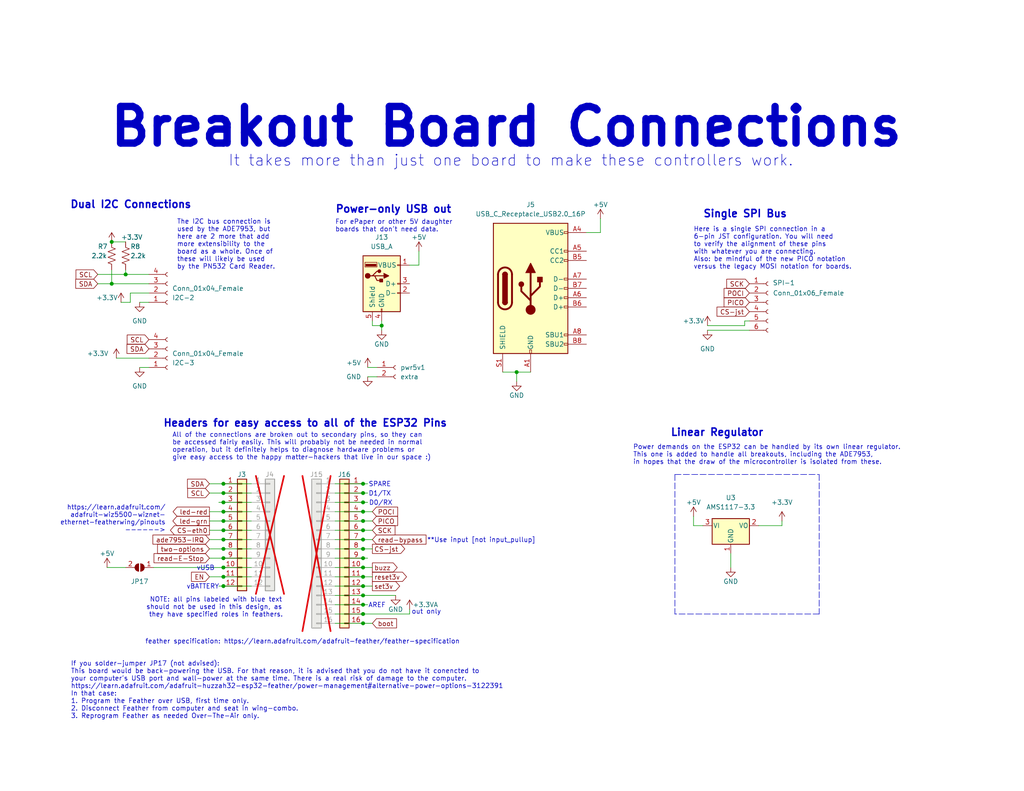
<source format=kicad_sch>
(kicad_sch (version 20231120) (generator "eeschema") (generator_version "8.0")
  (paper "USLetter")
  (title_block (title "Breakout Connections & Power") (date "2022-10-09") (rev "3") (company "Corey Rice & MakeHaven") (comment 1 "Breakouts for I2C and SPI communication with external boards.") (comment 2 "Headers for the ESP32 to seat into the board") (comment 3 "A seperate Linear Regulator to better supply 3.3VDC where needed"))
  (lib_symbols
    (symbol "+3.3V_1" (power) (pin_names (offset 0))
      (property "Value" "+3.3V_1" (at 0 3.556 0))
      (symbol "+3.3V_1_0_1"
        (polyline (pts (xy -0.762 1.27) (xy 0 2.54)))
        (polyline (pts (xy 0 0) (xy 0 2.54)))
        (polyline (pts (xy 0 2.54) (xy 0.762 1.27)))
      )
      (symbol "+3.3V_1_1_1"
        (pin power_in line (at 0 0 90) (length 0) hide (name "+3.3V") (number "1"))
      )
    )
    (symbol "Connector:Conn_01x02_Female" (pin_names (offset 1.016) hide)
      (property "Reference" "J" (at 0 2.54 0))
      (property "Value" "Conn_01x02_Female" (at 0 -5.08 0))
      (symbol "Conn_01x02_Female_1_1"
        (arc (start 0 -2.032) (mid -0.5058 -2.54) (end 0 -3.048) (stroke (width 0.1524)))
        (polyline (pts (xy -1.27 -2.54) (xy -0.508 -2.54)) (stroke (width 0.1524)))
        (polyline (pts (xy -1.27 0) (xy -0.508 0)) (stroke (width 0.1524)))
        (arc (start 0 0.508) (mid -0.5058 0) (end 0 -0.508) (stroke (width 0.1524)))
        (pin passive line (at -5.08 0 0) (length 3.81) (name "Pin_1") (number "1"))
        (pin passive line (at -5.08 -2.54 0) (length 3.81) (name "Pin_2") (number "2"))
      )
    )
    (symbol "Connector:Conn_01x04_Female" (pin_names (offset 1.016) hide)
      (property "Reference" "J" (at 0 5.08 0))
      (property "Value" "Conn_01x04_Female" (at 0 -7.62 0))
      (symbol "Conn_01x04_Female_1_1"
        (arc (start 0 -4.572) (mid -0.5058 -5.08) (end 0 -5.588) (stroke (width 0.1524)))
        (arc (start 0 -2.032) (mid -0.5058 -2.54) (end 0 -3.048) (stroke (width 0.1524)))
        (polyline (pts (xy -1.27 -5.08) (xy -0.508 -5.08)) (stroke (width 0.1524)))
        (polyline (pts (xy -1.27 -2.54) (xy -0.508 -2.54)) (stroke (width 0.1524)))
        (polyline (pts (xy -1.27 0) (xy -0.508 0)) (stroke (width 0.1524)))
        (polyline (pts (xy -1.27 2.54) (xy -0.508 2.54)) (stroke (width 0.1524)))
        (arc (start 0 0.508) (mid -0.5058 0) (end 0 -0.508) (stroke (width 0.1524)))
        (arc (start 0 3.048) (mid -0.5058 2.54) (end 0 2.032) (stroke (width 0.1524)))
        (pin passive line (at -5.08 2.54 0) (length 3.81) (name "Pin_1") (number "1"))
        (pin passive line (at -5.08 0 0) (length 3.81) (name "Pin_2") (number "2"))
        (pin passive line (at -5.08 -2.54 0) (length 3.81) (name "Pin_3") (number "3"))
        (pin passive line (at -5.08 -5.08 0) (length 3.81) (name "Pin_4") (number "4"))
      )
    )
    (symbol "Connector:Conn_01x06_Female" (pin_names (offset 1.016) hide)
      (property "Reference" "J" (at 0 7.62 0))
      (property "Value" "Conn_01x06_Female" (at 0 -10.16 0))
      (symbol "Conn_01x06_Female_1_1"
        (arc (start 0 -7.112) (mid -0.5058 -7.62) (end 0 -8.128) (stroke (width 0.1524)))
        (arc (start 0 -4.572) (mid -0.5058 -5.08) (end 0 -5.588) (stroke (width 0.1524)))
        (arc (start 0 -2.032) (mid -0.5058 -2.54) (end 0 -3.048) (stroke (width 0.1524)))
        (polyline (pts (xy -1.27 -7.62) (xy -0.508 -7.62)) (stroke (width 0.1524)))
        (polyline (pts (xy -1.27 -5.08) (xy -0.508 -5.08)) (stroke (width 0.1524)))
        (polyline (pts (xy -1.27 -2.54) (xy -0.508 -2.54)) (stroke (width 0.1524)))
        (polyline (pts (xy -1.27 0) (xy -0.508 0)) (stroke (width 0.1524)))
        (polyline (pts (xy -1.27 2.54) (xy -0.508 2.54)) (stroke (width 0.1524)))
        (polyline (pts (xy -1.27 5.08) (xy -0.508 5.08)) (stroke (width 0.1524)))
        (arc (start 0 0.508) (mid -0.5058 0) (end 0 -0.508) (stroke (width 0.1524)))
        (arc (start 0 3.048) (mid -0.5058 2.54) (end 0 2.032) (stroke (width 0.1524)))
        (arc (start 0 5.588) (mid -0.5058 5.08) (end 0 4.572) (stroke (width 0.1524)))
        (pin passive line (at -5.08 5.08 0) (length 3.81) (name "Pin_1") (number "1"))
        (pin passive line (at -5.08 2.54 0) (length 3.81) (name "Pin_2") (number "2"))
        (pin passive line (at -5.08 0 0) (length 3.81) (name "Pin_3") (number "3"))
        (pin passive line (at -5.08 -2.54 0) (length 3.81) (name "Pin_4") (number "4"))
        (pin passive line (at -5.08 -5.08 0) (length 3.81) (name "Pin_5") (number "5"))
        (pin passive line (at -5.08 -7.62 0) (length 3.81) (name "Pin_6") (number "6"))
      )
    )
    (symbol "Connector:USB_A" (pin_names (offset 1.016))
      (property "Reference" "J" (at -5.08 11.43 0))
      (property "Value" "USB_A" (at -5.08 8.89 0))
      (symbol "USB_A_0_1"
        (rectangle (start -5.08 -7.62) (end 5.08 7.62) (stroke (width 0.254)) (fill (type background)))
        (circle (center -3.81 2.159) (radius 0.635) (stroke (width 0.254)) (fill (type outline)))
        (rectangle (start -1.524 4.826) (end -4.318 5.334) (fill (type outline)))
        (rectangle (start -1.27 4.572) (end -4.572 5.842))
        (circle (center -0.635 3.429) (radius 0.381) (stroke (width 0.254)) (fill (type outline)))
        (rectangle (start -0.127 -7.62) (end 0.127 -6.858))
        (polyline (pts (xy -3.175 2.159) (xy -2.54 2.159) (xy -1.27 3.429) (xy -0.635 3.429)) (stroke (width 0.254)))
        (polyline (pts (xy -2.54 2.159) (xy -1.905 2.159) (xy -1.27 0.889) (xy 0 0.889)) (stroke (width 0.254)))
        (polyline (pts (xy 0.635 2.794) (xy 0.635 1.524) (xy 1.905 2.159) (xy 0.635 2.794)) (stroke (width 0.254)) (fill (type outline)))
        (rectangle (start 0.254 1.27) (end -0.508 0.508) (stroke (width 0.254)) (fill (type outline)))
        (rectangle (start 5.08 -2.667) (end 4.318 -2.413))
        (rectangle (start 5.08 -0.127) (end 4.318 0.127))
        (rectangle (start 5.08 4.953) (end 4.318 5.207))
      )
      (symbol "USB_A_1_1"
        (polyline (pts (xy -1.905 2.159) (xy 0.635 2.159)) (stroke (width 0.254)))
        (pin power_in line (at 7.62 5.08 180) (length 2.54) (name "VBUS") (number "1"))
        (pin bidirectional line (at 7.62 -2.54 180) (length 2.54) (name "D-") (number "2"))
        (pin bidirectional line (at 7.62 0 180) (length 2.54) (name "D+") (number "3"))
        (pin power_in line (at 0 -10.16 90) (length 2.54) (name "GND") (number "4"))
        (pin passive line (at -2.54 -10.16 90) (length 2.54) (name "Shield") (number "5"))
      )
    )
    (symbol "Connector:USB_C_Receptacle_USB2.0_16P" (pin_names (offset 1.016))
      (property "Reference" "J" (at 0 22.225 0))
      (property "Value" "USB_C_Receptacle_USB2.0_16P" (at 0 19.685 0))
      (symbol "USB_C_Receptacle_USB2.0_16P_0_0"
        (rectangle (start -0.254 -17.78) (end 0.254 -16.764))
        (rectangle (start 10.16 -14.986) (end 9.144 -15.494))
        (rectangle (start 10.16 -12.446) (end 9.144 -12.954))
        (rectangle (start 10.16 -4.826) (end 9.144 -5.334))
        (rectangle (start 10.16 -2.286) (end 9.144 -2.794))
        (rectangle (start 10.16 0.254) (end 9.144 -0.254))
        (rectangle (start 10.16 2.794) (end 9.144 2.286))
        (rectangle (start 10.16 7.874) (end 9.144 7.366))
        (rectangle (start 10.16 10.414) (end 9.144 9.906))
        (rectangle (start 10.16 15.494) (end 9.144 14.986))
      )
      (symbol "USB_C_Receptacle_USB2.0_16P_0_1"
        (rectangle (start -10.16 17.78) (end 10.16 -17.78) (stroke (width 0.254)) (fill (type background)))
        (arc (start -8.89 -3.81) (mid -6.985 -5.7067) (end -5.08 -3.81) (stroke (width 0.508)))
        (arc (start -7.62 -3.81) (mid -6.985 -4.4423) (end -6.35 -3.81) (stroke (width 0.254)))
        (arc (start -7.62 -3.81) (mid -6.985 -4.4423) (end -6.35 -3.81) (stroke (width 0.254)) (fill (type outline)))
        (rectangle (start -7.62 -3.81) (end -6.35 3.81) (stroke (width 0.254)) (fill (type outline)))
        (arc (start -6.35 3.81) (mid -6.985 4.4423) (end -7.62 3.81) (stroke (width 0.254)))
        (arc (start -6.35 3.81) (mid -6.985 4.4423) (end -7.62 3.81) (stroke (width 0.254)) (fill (type outline)))
        (arc (start -5.08 3.81) (mid -6.985 5.7067) (end -8.89 3.81) (stroke (width 0.508)))
        (circle (center -2.54 1.143) (radius 0.635) (stroke (width 0.254)) (fill (type outline)))
        (circle (center 0 -5.842) (radius 1.27) (fill (type outline)))
        (polyline (pts (xy -8.89 -3.81) (xy -8.89 3.81)) (stroke (width 0.508)))
        (polyline (pts (xy -5.08 3.81) (xy -5.08 -3.81)) (stroke (width 0.508)))
        (polyline (pts (xy 0 -5.842) (xy 0 4.318)) (stroke (width 0.508)))
        (polyline (pts (xy 0 -3.302) (xy -2.54 -0.762) (xy -2.54 0.508)) (stroke (width 0.508)))
        (polyline (pts (xy 0 -2.032) (xy 2.54 0.508) (xy 2.54 1.778)) (stroke (width 0.508)))
        (polyline (pts (xy -1.27 4.318) (xy 0 6.858) (xy 1.27 4.318) (xy -1.27 4.318)) (stroke (width 0.254)) (fill (type outline)))
        (rectangle (start 1.905 1.778) (end 3.175 3.048) (stroke (width 0.254)) (fill (type outline)))
      )
      (symbol "USB_C_Receptacle_USB2.0_16P_1_1"
        (pin passive line (at 0 -22.86 90) (length 5.08) (name "GND") (number "A1"))
        (pin passive line (at 0 -22.86 90) (length 5.08) hide (name "GND") (number "A12"))
        (pin passive line (at 15.24 15.24 180) (length 5.08) (name "VBUS") (number "A4"))
        (pin bidirectional line (at 15.24 10.16 180) (length 5.08) (name "CC1") (number "A5"))
        (pin bidirectional line (at 15.24 -2.54 180) (length 5.08) (name "D+") (number "A6"))
        (pin bidirectional line (at 15.24 2.54 180) (length 5.08) (name "D-") (number "A7"))
        (pin bidirectional line (at 15.24 -12.7 180) (length 5.08) (name "SBU1") (number "A8"))
        (pin passive line (at 15.24 15.24 180) (length 5.08) hide (name "VBUS") (number "A9"))
        (pin passive line (at 0 -22.86 90) (length 5.08) hide (name "GND") (number "B1"))
        (pin passive line (at 0 -22.86 90) (length 5.08) hide (name "GND") (number "B12"))
        (pin passive line (at 15.24 15.24 180) (length 5.08) hide (name "VBUS") (number "B4"))
        (pin bidirectional line (at 15.24 7.62 180) (length 5.08) (name "CC2") (number "B5"))
        (pin bidirectional line (at 15.24 -5.08 180) (length 5.08) (name "D+") (number "B6"))
        (pin bidirectional line (at 15.24 0 180) (length 5.08) (name "D-") (number "B7"))
        (pin bidirectional line (at 15.24 -15.24 180) (length 5.08) (name "SBU2") (number "B8"))
        (pin passive line (at 15.24 15.24 180) (length 5.08) hide (name "VBUS") (number "B9"))
        (pin passive line (at -7.62 -22.86 90) (length 5.08) (name "SHIELD") (number "S1"))
      )
    )
    (symbol "Connector_Generic:Conn_01x12" (pin_names (offset 1.016) hide)
      (property "Reference" "J" (at 0 15.24 0))
      (property "Value" "Conn_01x12" (at 0 -17.78 0))
      (symbol "Conn_01x12_1_1"
        (rectangle (start -1.27 -15.113) (end 0 -15.367) (stroke (width 0.1524)))
        (rectangle (start -1.27 -12.573) (end 0 -12.827) (stroke (width 0.1524)))
        (rectangle (start -1.27 -10.033) (end 0 -10.287) (stroke (width 0.1524)))
        (rectangle (start -1.27 -7.493) (end 0 -7.747) (stroke (width 0.1524)))
        (rectangle (start -1.27 -4.953) (end 0 -5.207) (stroke (width 0.1524)))
        (rectangle (start -1.27 -2.413) (end 0 -2.667) (stroke (width 0.1524)))
        (rectangle (start -1.27 0.127) (end 0 -0.127) (stroke (width 0.1524)))
        (rectangle (start -1.27 2.667) (end 0 2.413) (stroke (width 0.1524)))
        (rectangle (start -1.27 5.207) (end 0 4.953) (stroke (width 0.1524)))
        (rectangle (start -1.27 7.747) (end 0 7.493) (stroke (width 0.1524)))
        (rectangle (start -1.27 10.287) (end 0 10.033) (stroke (width 0.1524)))
        (rectangle (start -1.27 12.827) (end 0 12.573) (stroke (width 0.1524)))
        (rectangle (start -1.27 13.97) (end 1.27 -16.51) (stroke (width 0.254)) (fill (type background)))
        (pin passive line (at -5.08 12.7 0) (length 3.81) (name "Pin_1") (number "1"))
        (pin passive line (at -5.08 -10.16 0) (length 3.81) (name "Pin_10") (number "10"))
        (pin passive line (at -5.08 -12.7 0) (length 3.81) (name "Pin_11") (number "11"))
        (pin passive line (at -5.08 -15.24 0) (length 3.81) (name "Pin_12") (number "12"))
        (pin passive line (at -5.08 10.16 0) (length 3.81) (name "Pin_2") (number "2"))
        (pin passive line (at -5.08 7.62 0) (length 3.81) (name "Pin_3") (number "3"))
        (pin passive line (at -5.08 5.08 0) (length 3.81) (name "Pin_4") (number "4"))
        (pin passive line (at -5.08 2.54 0) (length 3.81) (name "Pin_5") (number "5"))
        (pin passive line (at -5.08 0 0) (length 3.81) (name "Pin_6") (number "6"))
        (pin passive line (at -5.08 -2.54 0) (length 3.81) (name "Pin_7") (number "7"))
        (pin passive line (at -5.08 -5.08 0) (length 3.81) (name "Pin_8") (number "8"))
        (pin passive line (at -5.08 -7.62 0) (length 3.81) (name "Pin_9") (number "9"))
      )
    )
    (symbol "Connector_Generic:Conn_01x16" (pin_names (offset 1.016) hide)
      (property "Reference" "J" (at 0 20.32 0))
      (property "Value" "Conn_01x16" (at 0 -22.86 0))
      (symbol "Conn_01x16_1_1"
        (rectangle (start -1.27 -20.193) (end 0 -20.447) (stroke (width 0.1524)))
        (rectangle (start -1.27 -17.653) (end 0 -17.907) (stroke (width 0.1524)))
        (rectangle (start -1.27 -15.113) (end 0 -15.367) (stroke (width 0.1524)))
        (rectangle (start -1.27 -12.573) (end 0 -12.827) (stroke (width 0.1524)))
        (rectangle (start -1.27 -10.033) (end 0 -10.287) (stroke (width 0.1524)))
        (rectangle (start -1.27 -7.493) (end 0 -7.747) (stroke (width 0.1524)))
        (rectangle (start -1.27 -4.953) (end 0 -5.207) (stroke (width 0.1524)))
        (rectangle (start -1.27 -2.413) (end 0 -2.667) (stroke (width 0.1524)))
        (rectangle (start -1.27 0.127) (end 0 -0.127) (stroke (width 0.1524)))
        (rectangle (start -1.27 2.667) (end 0 2.413) (stroke (width 0.1524)))
        (rectangle (start -1.27 5.207) (end 0 4.953) (stroke (width 0.1524)))
        (rectangle (start -1.27 7.747) (end 0 7.493) (stroke (width 0.1524)))
        (rectangle (start -1.27 10.287) (end 0 10.033) (stroke (width 0.1524)))
        (rectangle (start -1.27 12.827) (end 0 12.573) (stroke (width 0.1524)))
        (rectangle (start -1.27 15.367) (end 0 15.113) (stroke (width 0.1524)))
        (rectangle (start -1.27 17.907) (end 0 17.653) (stroke (width 0.1524)))
        (rectangle (start -1.27 19.05) (end 1.27 -21.59) (stroke (width 0.254)) (fill (type background)))
        (pin passive line (at -5.08 17.78 0) (length 3.81) (name "Pin_1") (number "1"))
        (pin passive line (at -5.08 -5.08 0) (length 3.81) (name "Pin_10") (number "10"))
        (pin passive line (at -5.08 -7.62 0) (length 3.81) (name "Pin_11") (number "11"))
        (pin passive line (at -5.08 -10.16 0) (length 3.81) (name "Pin_12") (number "12"))
        (pin passive line (at -5.08 -12.7 0) (length 3.81) (name "Pin_13") (number "13"))
        (pin passive line (at -5.08 -15.24 0) (length 3.81) (name "Pin_14") (number "14"))
        (pin passive line (at -5.08 -17.78 0) (length 3.81) (name "Pin_15") (number "15"))
        (pin passive line (at -5.08 -20.32 0) (length 3.81) (name "Pin_16") (number "16"))
        (pin passive line (at -5.08 15.24 0) (length 3.81) (name "Pin_2") (number "2"))
        (pin passive line (at -5.08 12.7 0) (length 3.81) (name "Pin_3") (number "3"))
        (pin passive line (at -5.08 10.16 0) (length 3.81) (name "Pin_4") (number "4"))
        (pin passive line (at -5.08 7.62 0) (length 3.81) (name "Pin_5") (number "5"))
        (pin passive line (at -5.08 5.08 0) (length 3.81) (name "Pin_6") (number "6"))
        (pin passive line (at -5.08 2.54 0) (length 3.81) (name "Pin_7") (number "7"))
        (pin passive line (at -5.08 0 0) (length 3.81) (name "Pin_8") (number "8"))
        (pin passive line (at -5.08 -2.54 0) (length 3.81) (name "Pin_9") (number "9"))
      )
    )
    (symbol "Device:R_US" (pin_numbers hide) (pin_names (offset 0))
      (property "Reference" "R" (at 2.54 0 90))
      (property "Value" "R_US" (at -2.54 0 90))
      (symbol "R_US_0_1"
        (polyline (pts (xy 0 -2.286) (xy 0 -2.54)))
        (polyline (pts (xy 0 2.286) (xy 0 2.54)))
        (polyline (pts (xy 0 -0.762) (xy 1.016 -1.143) (xy 0 -1.524) (xy -1.016 -1.905) (xy 0 -2.286)))
        (polyline (pts (xy 0 0.762) (xy 1.016 0.381) (xy 0 0) (xy -1.016 -0.381) (xy 0 -0.762)))
        (polyline (pts (xy 0 2.286) (xy 1.016 1.905) (xy 0 1.524) (xy -1.016 1.143) (xy 0 0.762)))
      )
      (symbol "R_US_1_1"
        (pin passive line (at 0 3.81 270) (length 1.27) (name "~") (number "1"))
        (pin passive line (at 0 -3.81 90) (length 1.27) (name "~") (number "2"))
      )
    )
    (symbol "Jumper:SolderJumper_2_Open" (pin_names (offset 0) hide)
      (property "Reference" "JP" (at 0 2.032 0))
      (property "Value" "SolderJumper_2_Open" (at 0 -2.54 0))
      (symbol "SolderJumper_2_Open_0_1"
        (arc (start -0.254 1.016) (mid -1.2655 0) (end -0.254 -1.016))
        (arc (start -0.254 1.016) (mid -1.2655 0) (end -0.254 -1.016) (fill (type outline)))
        (polyline (pts (xy -0.254 1.016) (xy -0.254 -1.016)))
        (polyline (pts (xy 0.254 1.016) (xy 0.254 -1.016)))
        (arc (start 0.254 -1.016) (mid 1.2655 0) (end 0.254 1.016))
        (arc (start 0.254 -1.016) (mid 1.2655 0) (end 0.254 1.016) (fill (type outline)))
      )
      (symbol "SolderJumper_2_Open_1_1"
        (pin passive line (at -3.81 0 0) (length 2.54) (name "A") (number "1"))
        (pin passive line (at 3.81 0 180) (length 2.54) (name "B") (number "2"))
      )
    )
    (symbol "Regulator_Linear:AMS1117-3.3" (pin_names (offset 0.254))
      (property "Reference" "U" (at -3.81 3.175 0))
      (property "Value" "AMS1117-3.3" (at 0 3.175 0))
      (symbol "AMS1117-3.3_0_1"
        (rectangle (start -5.08 -5.08) (end 5.08 1.905) (stroke (width 0.254)) (fill (type background)))
      )
      (symbol "AMS1117-3.3_1_1"
        (pin power_in line (at 0 -7.62 90) (length 2.54) (name "GND") (number "1"))
        (pin power_out line (at 7.62 0 180) (length 2.54) (name "VO") (number "2"))
        (pin power_in line (at -7.62 0 0) (length 2.54) (name "VI") (number "3"))
      )
    )
    (symbol "power:+3.3VA" (power) (pin_names (offset 0))
      (property "Value" "+3.3VA" (at 0 3.556 0))
      (symbol "+3.3VA_0_1"
        (polyline (pts (xy -0.762 1.27) (xy 0 2.54)))
        (polyline (pts (xy 0 0) (xy 0 2.54)))
        (polyline (pts (xy 0 2.54) (xy 0.762 1.27)))
      )
      (symbol "+3.3VA_1_1"
        (pin power_in line (at 0 0 90) (length 0) hide (name "+3.3VA") (number "1"))
      )
    )
    (symbol "power:+5V" (power) (pin_names (offset 0))
      (property "Value" "+5V" (at 0 3.556 0))
      (symbol "+5V_0_1"
        (polyline (pts (xy -0.762 1.27) (xy 0 2.54)))
        (polyline (pts (xy 0 0) (xy 0 2.54)))
        (polyline (pts (xy 0 2.54) (xy 0.762 1.27)))
      )
      (symbol "+5V_1_1"
        (pin power_in line (at 0 0 90) (length 0) hide (name "+5V") (number "1"))
      )
    )
    (symbol "power:GND" (power) (pin_names (offset 0))
      (property "Value" "GND" (at 0 -3.81 0))
      (symbol "GND_0_1"
        (polyline (pts (xy 0 0) (xy 0 -1.27) (xy 1.27 -1.27) (xy 0 -2.54) (xy -1.27 -1.27) (xy 0 -1.27)))
      )
      (symbol "GND_1_1"
        (pin power_in line (at 0 0 270) (length 0) hide (name "GND") (number "1"))
      )
    )
  )
  (junction (at 99.06 144.78))
  (junction (at 99.06 134.62))
  (junction (at 99.06 142.24))
  (junction (at 60.96 137.16))
  (junction (at 60.96 132.08))
  (junction (at 99.06 170.18))
  (junction (at 99.06 132.08))
  (junction (at 60.96 139.7))
  (junction (at 60.96 144.78))
  (junction (at 99.06 137.16))
  (junction (at 99.06 160.02))
  (junction (at 60.96 149.86))
  (junction (at 60.96 157.48))
  (junction (at 99.06 147.32))
  (junction (at 30.48 66.04))
  (junction (at 99.06 167.64))
  (junction (at 140.97 101.6))
  (junction (at 60.96 147.32))
  (junction (at 60.96 152.4))
  (junction (at 60.96 134.62))
  (junction (at 60.96 154.94))
  (junction (at 30.48 77.47))
  (junction (at 34.29 74.93))
  (junction (at 99.06 165.1))
  (junction (at 99.06 154.94))
  (junction (at 99.06 149.86))
  (junction (at 60.96 142.24))
  (junction (at 99.06 139.7))
  (junction (at 104.14 88.9))
  (junction (at 99.06 157.48))
  (junction (at 99.06 162.56))
  (junction (at 60.96 160.02))
  (junction (at 99.06 152.4))
  (wire (pts (xy 101.6 139.7) (xy 99.06 139.7)))
  (wire (pts (xy 57.15 152.4) (xy 60.96 152.4)))
  (wire (pts (xy 91.44 170.18) (xy 99.06 170.18)))
  (wire (pts (xy 57.15 134.62) (xy 60.96 134.62)))
  (wire (pts (xy 203.2 88.9) (xy 193.04 88.9)))
  (wire (pts (xy 60.96 134.62) (xy 68.58 134.62)))
  (polyline (pts (xy 184.15 129.54) (xy 184.15 167.64)) (stroke (width 0) (type dash)))
  (wire (pts (xy 57.15 147.32) (xy 60.96 147.32)))
  (wire (pts (xy 140.97 101.6) (xy 144.78 101.6)))
  (wire (pts (xy 111.76 72.39) (xy 114.3 72.39)))
  (wire (pts (xy 99.06 154.94) (xy 101.6 154.94)))
  (wire (pts (xy 35.56 82.55) (xy 33.02 82.55)))
  (wire (pts (xy 38.1 82.55) (xy 40.64 82.55)))
  (wire (pts (xy 104.14 88.9) (xy 104.14 90.17)))
  (wire (pts (xy 57.15 142.24) (xy 60.96 142.24)))
  (wire (pts (xy 99.06 147.32) (xy 101.6 147.32)))
  (wire (pts (xy 91.44 165.1) (xy 99.06 165.1)))
  (wire (pts (xy 57.15 132.08) (xy 60.96 132.08)))
  (wire (pts (xy 213.36 143.51) (xy 213.36 142.24)))
  (wire (pts (xy 91.44 157.48) (xy 99.06 157.48)))
  (polyline (pts (xy 223.52 167.64) (xy 184.15 167.64)) (stroke (width 0) (type dash)))
  (polyline (pts (xy 184.15 129.54) (xy 223.52 129.54)) (stroke (width 0) (type dash)))
  (wire (pts (xy 137.16 101.6) (xy 140.97 101.6)))
  (wire (pts (xy 101.6 88.9) (xy 104.14 88.9)))
  (wire (pts (xy 140.97 104.14) (xy 140.97 101.6)))
  (wire (pts (xy 57.15 144.78) (xy 60.96 144.78)))
  (wire (pts (xy 35.56 80.01) (xy 35.56 82.55)))
  (wire (pts (xy 91.44 139.7) (xy 99.06 139.7)))
  (wire (pts (xy 99.06 162.56) (xy 107.95 162.56)))
  (wire (pts (xy 111.76 167.64) (xy 99.06 167.64)))
  (wire (pts (xy 199.39 151.13) (xy 199.39 154.94)))
  (wire (pts (xy 60.96 132.08) (xy 68.58 132.08)))
  (wire (pts (xy 60.96 144.78) (xy 68.58 144.78)))
  (wire (pts (xy 38.1 100.33) (xy 40.64 100.33)))
  (wire (pts (xy 91.44 154.94) (xy 99.06 154.94)))
  (wire (pts (xy 189.23 140.97) (xy 189.23 143.51)))
  (wire (pts (xy 34.29 73.66) (xy 34.29 74.93)))
  (wire (pts (xy 160.02 63.5) (xy 163.83 63.5)))
  (wire (pts (xy 41.91 154.94) (xy 60.96 154.94)))
  (wire (pts (xy 60.96 139.7) (xy 68.58 139.7)))
  (wire (pts (xy 91.44 167.64) (xy 99.06 167.64)))
  (wire (pts (xy 57.15 157.48) (xy 60.96 157.48)))
  (wire (pts (xy 60.96 137.16) (xy 68.58 137.16)))
  (wire (pts (xy 34.29 74.93) (xy 40.64 74.93)))
  (wire (pts (xy 91.44 134.62) (xy 99.06 134.62)))
  (wire (pts (xy 35.56 80.01) (xy 40.64 80.01)))
  (wire (pts (xy 91.44 147.32) (xy 99.06 147.32)))
  (wire (pts (xy 163.83 63.5) (xy 163.83 59.69)))
  (wire (pts (xy 60.96 157.48) (xy 68.58 157.48)))
  (wire (pts (xy 59.69 160.02) (xy 60.96 160.02)))
  (wire (pts (xy 99.06 134.62) (xy 100.33 134.62)))
  (wire (pts (xy 30.48 77.47) (xy 40.64 77.47)))
  (wire (pts (xy 111.76 166.37) (xy 111.76 167.64)))
  (wire (pts (xy 91.44 144.78) (xy 99.06 144.78)))
  (wire (pts (xy 91.44 160.02) (xy 99.06 160.02)))
  (wire (pts (xy 91.44 162.56) (xy 99.06 162.56)))
  (wire (pts (xy 100.33 102.87) (xy 102.87 102.87)))
  (wire (pts (xy 34.29 66.04) (xy 30.48 66.04)))
  (wire (pts (xy 60.96 154.94) (xy 68.58 154.94)))
  (wire (pts (xy 101.6 87.63) (xy 101.6 88.9)))
  (wire (pts (xy 101.6 142.24) (xy 99.06 142.24)))
  (wire (pts (xy 189.23 143.51) (xy 191.77 143.51)))
  (wire (pts (xy 99.06 157.48) (xy 101.6 157.48)))
  (wire (pts (xy 99.06 152.4) (xy 100.33 152.4)))
  (wire (pts (xy 60.96 160.02) (xy 68.58 160.02)))
  (polyline (pts (xy 223.52 129.54) (xy 223.52 167.64)) (stroke (width 0) (type dash)))
  (wire (pts (xy 30.48 73.66) (xy 30.48 77.47)))
  (wire (pts (xy 104.14 87.63) (xy 104.14 88.9)))
  (wire (pts (xy 99.06 132.08) (xy 100.33 132.08)))
  (wire (pts (xy 60.96 147.32) (xy 68.58 147.32)))
  (wire (pts (xy 60.96 152.4) (xy 68.58 152.4)))
  (wire (pts (xy 99.06 137.16) (xy 100.33 137.16)))
  (wire (pts (xy 207.01 143.51) (xy 213.36 143.51)))
  (wire (pts (xy 60.96 142.24) (xy 68.58 142.24)))
  (wire (pts (xy 57.15 149.86) (xy 60.96 149.86)))
  (wire (pts (xy 91.44 132.08) (xy 99.06 132.08)))
  (wire (pts (xy 29.21 154.94) (xy 34.29 154.94)))
  (wire (pts (xy 193.04 90.17) (xy 204.47 90.17)))
  (wire (pts (xy 59.69 137.16) (xy 60.96 137.16)))
  (wire (pts (xy 99.06 165.1) (xy 100.33 165.1)))
  (wire (pts (xy 203.2 87.63) (xy 203.2 88.9)))
  (wire (pts (xy 100.33 100.33) (xy 102.87 100.33)))
  (wire (pts (xy 91.44 149.86) (xy 99.06 149.86)))
  (wire (pts (xy 57.15 139.7) (xy 60.96 139.7)))
  (wire (pts (xy 60.96 149.86) (xy 68.58 149.86)))
  (wire (pts (xy 26.67 74.93) (xy 34.29 74.93)))
  (wire (pts (xy 99.06 144.78) (xy 101.6 144.78)))
  (wire (pts (xy 91.44 152.4) (xy 99.06 152.4)))
  (wire (pts (xy 114.3 68.58) (xy 114.3 72.39)))
  (wire (pts (xy 31.75 97.79) (xy 40.64 97.79)))
  (wire (pts (xy 204.47 87.63) (xy 203.2 87.63)))
  (wire (pts (xy 99.06 149.86) (xy 101.6 149.86)))
  (wire (pts (xy 91.44 142.24) (xy 99.06 142.24)))
  (wire (pts (xy 99.06 170.18) (xy 101.6 170.18)))
  (wire (pts (xy 26.67 77.47) (xy 30.48 77.47)))
  (wire (pts (xy 91.44 137.16) (xy 99.06 137.16)))
  (wire (pts (xy 99.06 160.02) (xy 101.6 160.02)))
  (text "Single SPI Bus" (at 191.77 59.69 0) (effects (font (size 2 2) (thickness 0.4) (bold yes)) (justify left bottom)))
  (text "**Use input [not input_pullup]" (at 131.318 147.574 0) (effects (font (size 1.27 1.27))))
  (text "All of the connections are broken out to secondary pins, so they can\nbe accessed fairly easily. This will probably not be needed in normal\noperation, but it definitely helps to diagnose hardware problems or \ngive easy access to the happy matter-hackers that live in our space :)" (at 46.99 125.73 0) (effects (font (size 1.27 1.27)) (justify left bottom)))
  (text "For ePaper or other 5V daughter\nboards that don't need data." (at 91.44 63.5 0) (effects (font (size 1.27 1.27)) (justify left bottom)))
  (text "Power demands on the ESP32 can be handled by its own linear regulator. \nThis one is added to handle all breakouts, including the ADE7953, \nin hopes that the draw of the microcontroller is isolated from these." (at 172.72 127 0) (effects (font (size 1.27 1.27)) (justify left bottom)))
  (text "https://learn.adafruit.com/\nadafruit-wiz5500-wiznet-\nethernet-featherwing/pinouts\n------>" (at 45.212 141.732 0) (effects (font (size 1.27 1.27)) (justify right)))
  (text "D0/RX" (at 103.886 137.414 0) (effects (font (size 1.27 1.27))))
  (text "feather specification: https://learn.adafruit.com/adafruit-feather/feather-specification" (at 82.55 175.26 0) (effects (font (size 1.27 1.27))))
  (text "out only" (at 116.332 167.132 0) (effects (font (size 1.27 1.27))))
  (text "Dual I2C Connections" (at 19.05 57.15 0) (effects (font (size 2 2) (thickness 0.4) (bold yes)) (justify left bottom)))
  (text " vUSB" (at 55.626 155.194 0) (effects (font (size 1.27 1.27))))
  (text "Linear Regulator" (at 182.88 119.38 0) (effects (font (size 2 2) (thickness 0.4) (bold yes)) (justify left bottom)))
  (text "AREF" (at 102.87 165.354 0) (effects (font (size 1.27 1.27))))
  (text " vBATTERY" (at 54.864 160.274 0) (effects (font (size 1.27 1.27))))
  (text "Breakout Board Connections" (at 29.21 40.64 0) (effects (font (size 10 10) (bold yes)) (justify left bottom)))
  (text "The I2C bus connection is \nused by the ADE7953, but \nhere are 2 more that add\nmore extensibility to the \nboard as a whole. Once of \nthese will likely be used \nby the PN532 Card Reader." (at 48.26 73.66 0) (effects (font (size 1.27 1.27)) (justify left bottom)))
  (text "D1/TX" (at 103.632 134.874 0) (effects (font (size 1.27 1.27))))
  (text "It takes more than just one board to make these controllers work." (at 62.23 45.72 0) (effects (font (size 3 3)) (justify left bottom)))
  (text "Power-only USB out" (at 91.44 58.42 0) (effects (font (size 2 2) (thickness 0.4) (bold yes)) (justify left bottom)))
  (text "Here is a single SPI connection in a\n6-pin JST configuration. You will need\nto verify the alignment of these pins\nwith whatever you are connecting.\nAlso: be mindful of the new PICO notation \nversus the legacy MOSI notation for boards." (at 189.23 73.66 0) (effects (font (size 1.27 1.27)) (justify left bottom)))
  (text "If you solder-jumper JP17 (not advised): \nThis board would be back-powering the USB. For that reason, it is advised that you do not have it conencted to \nyour computer's USB port and wall-power at the same time. There is a real risk of damage to the computer.\nhttps://learn.adafruit.com/adafruit-huzzah32-esp32-feather/power-management#alternative-power-options-3122391\nIn that case: \n1. Program the Feather over USB, first time only. \n2. Disconnect Feather from computer and seat in wing-combo.\n3. Reprogram Feather as needed Over-The-Air only." (at 19.304 188.468 0) (effects (font (size 1.27 1.27)) (justify left)))
  (text "Headers for easy access to all of the ESP32 Pins" (at 44.45 116.84 0) (effects (font (size 2 2) (thickness 0.4) (bold yes)) (justify left bottom)))
  (text "NOTE: all pins labeled with blue text\nshould not be used in this design, as \nthey have specified roles in feathers." (at 58.928 165.862 0) (effects (font (size 1.27 1.27))))
  (text "SPARE" (at 103.632 132.334 0) (effects (font (size 1.27 1.27))))
  (global_label "SCL" (shape input) (at 57.15 134.62 180) (property "Intersheetrefs" "${INTERSHEET_REFS}" (effects (hide yes))))
  (global_label "POCI" (shape input) (at 101.6 139.7 0) (property "Intersheetrefs" "${INTERSHEET_REFS}" (effects (hide yes))))
  (global_label "set3v" (shape output) (at 101.6 160.02 0) (property "Intersheetrefs" "${INTERSHEET_REFS}" (effects (hide yes))))
  (global_label "two-options" (shape input) (at 57.15 149.86 180) (property "Intersheetrefs" "${INTERSHEET_REFS}" (effects (hide yes))))
  (global_label "boot" (shape input) (at 101.6 170.18 0) (property "Intersheetrefs" "${INTERSHEET_REFS}" (effects (hide yes))))
  (global_label "read-bypass" (shape input) (at 101.6 147.32 0) (property "Intersheetrefs" "${INTERSHEET_REFS}" (effects (hide yes))))
  (global_label "SCK" (shape input) (at 204.47 77.47 180) (property "Intersheetrefs" "${INTERSHEET_REFS}" (effects (hide yes))))
  (global_label "PICO" (shape input) (at 101.6 142.24 0) (property "Intersheetrefs" "${INTERSHEET_REFS}" (effects (hide yes))))
  (global_label "SDA" (shape input) (at 26.67 77.47 180) (property "Intersheetrefs" "${INTERSHEET_REFS}" (effects (hide yes))))
  (global_label "SCL" (shape input) (at 40.64 92.71 180) (property "Intersheetrefs" "${INTERSHEET_REFS}" (effects (hide yes))))
  (global_label "buzz" (shape output) (at 101.6 154.94 0) (property "Intersheetrefs" "${INTERSHEET_REFS}" (effects (hide yes))))
  (global_label "read-E-Stop" (shape input) (at 57.15 152.4 180) (property "Intersheetrefs" "${INTERSHEET_REFS}" (effects (hide yes))))
  (global_label "CS-eth0" (shape output) (at 57.15 144.78 180) (property "Intersheetrefs" "${INTERSHEET_REFS}" (effects (hide yes))))
  (global_label "POCI" (shape input) (at 204.47 80.01 180) (property "Intersheetrefs" "${INTERSHEET_REFS}" (effects (hide yes))))
  (global_label "CS-jst" (shape input) (at 204.47 85.09 180) (property "Intersheetrefs" "${INTERSHEET_REFS}" (effects (hide yes))))
  (global_label "SCL" (shape input) (at 26.67 74.93 180) (property "Intersheetrefs" "${INTERSHEET_REFS}" (effects (hide yes))))
  (global_label "EN" (shape input) (at 57.15 157.48 180) (property "Intersheetrefs" "${INTERSHEET_REFS}" (effects (hide yes))))
  (global_label "SDA" (shape input) (at 57.15 132.08 180) (property "Intersheetrefs" "${INTERSHEET_REFS}" (effects (hide yes))))
  (global_label "SCK" (shape input) (at 101.6 144.78 0) (property "Intersheetrefs" "${INTERSHEET_REFS}" (effects (hide yes))))
  (global_label "SDA" (shape input) (at 40.64 95.25 180) (property "Intersheetrefs" "${INTERSHEET_REFS}" (effects (hide yes))))
  (global_label "PICO" (shape input) (at 204.47 82.55 180) (property "Intersheetrefs" "${INTERSHEET_REFS}" (effects (hide yes))))
  (global_label "CS-jst" (shape output) (at 101.6 149.86 0) (property "Intersheetrefs" "${INTERSHEET_REFS}" (effects (hide yes))))
  (global_label "reset3v" (shape output) (at 101.6 157.48 0) (property "Intersheetrefs" "${INTERSHEET_REFS}" (effects (hide yes))))
  (global_label "led-red" (shape output) (at 57.15 139.7 180) (property "Intersheetrefs" "${INTERSHEET_REFS}" (effects (hide yes))))
  (global_label "led-grn" (shape output) (at 57.15 142.24 180) (property "Intersheetrefs" "${INTERSHEET_REFS}" (effects (hide yes))))
  (global_label "ade7953-IRQ" (shape input) (at 57.15 147.32 180) (property "Intersheetrefs" "${INTERSHEET_REFS}" (effects (hide yes))))
  (symbol (lib_id "power:GND") (at 140.97 104.14 0) (unit 1)
    (property "Reference" "#PWR012" (effects (hide yes)))
    (property "Value" "GND" (at 140.97 107.95 0))
  )
  (symbol (lib_id "power:+5V") (at 29.21 154.94 0) (unit 1)
    (property "Reference" "#PWR015" (effects (hide yes)))
    (property "Value" "+5V" (at 29.21 151.13 0))
  )
  (symbol (lib_id "Device:R_US") (at 34.29 69.85 180) (unit 1)
    (property "Reference" "R8" (at 35.56 67.31 0) (effects (justify right)))
    (property "Value" "2.2k" (at 35.56 69.85 0) (effects (justify right)))
    (property "Footprint" "Resistor_SMD:R_0603_1608Metric" (effects (hide yes)))
    (property "JLCPCB Part #" "C4190" (effects (hide yes)))
  )
  (symbol (lib_id "Connector:USB_C_Receptacle_USB2.0_16P") (at 144.78 78.74 0) (unit 1)
    (property "Reference" "J5" (at 144.78 55.88 0))
    (property "Value" "USB_C_Receptacle_USB2.0_16P" (at 144.78 58.42 0))
    (property "Footprint" "usbc:USB-C-TH_GT-USB-7055" (effects (hide yes)))
    (property "Datasheet" "https://www.usb.org/sites/default/files/documents/usb_type-c.zip" (effects (hide yes)))
    (property "Description" "USB 2.0-only 16P Type-C Receptacle connector" (effects (hide yes)))
    (property "lcsd_id" "C2686963" (effects (hide yes)))
  )
  (symbol (lib_id "Connector:USB_A") (at 104.14 77.47 0) (unit 1)
    (property "Reference" "J13" (at 104.14 64.77 0))
    (property "Value" "USB_A" (at 104.14 67.31 0))
    (property "Footprint" "USB-vertical-jlcpcb:USB-A-TH_UBAS-4R-D14D-4D-LF-SN" (effects (hide yes)))
    (property "Datasheet" "https://jlcpcb.com/partdetail/boomele_boom_Precision_elec-C32896/C32896" (effects (hide yes)))
    (property "JLCPCB Part #" "C32896" (effects (hide yes)))
  )
  (symbol (lib_id "Jumper:SolderJumper_2_Open") (at 38.1 154.94 180) (unit 1)
    (property "Reference" "JP17" (at 38.1 158.75 0))
    (property "Value" "no-filter-1" (effects (hide yes)))
    (property "Footprint" "Jumper:SolderJumper-2_P1.3mm_Open_RoundedPad1.0x1.5mm" (effects (hide yes)))
  )
  (symbol (lib_id "Connector:Conn_01x06_Female") (at 209.55 82.55 0) (unit 1)
    (property "Reference" "SPI-1" (at 216.916 77.216 0) (effects (justify right)))
    (property "Value" "Conn_01x06_Female" (at 230.378 80.01 0) (effects (justify right)))
    (property "Footprint" "Connector_JST:JST_PH_B6B-PH-K_1x06_P2.00mm_Vertical" (effects (hide yes)))
    (property "JLCPCB Part #" "C131342" (effects (hide yes)))
  )
  (symbol (lib_id "power:GND") (at 199.39 154.94 0) (unit 1)
    (property "Reference" "#PWR07" (effects (hide yes)))
    (property "Value" "GND" (at 199.39 158.75 0))
  )
  (symbol (lib_id "power:GND") (at 104.14 90.17 0) (unit 1)
    (property "Reference" "#PWR03" (effects (hide yes)))
    (property "Value" "GND" (at 104.14 93.98 0))
  )
  (symbol (lib_name "+3.3V_1") (lib_id "power:+3.3V") (at 213.36 142.24 0) (unit 1)
    (property "Reference" "#PWR0117" (effects (hide yes)))
    (property "Value" "+3.3V" (at 213.36 137.16 0))
  )
  (symbol (lib_id "Connector_Generic:Conn_01x12") (at 66.04 144.78 0) (unit 1)
    (property "Reference" "J3" (at 64.77 129.54 0) (effects (justify left)))
    (property "Value" "Conn_01x12" (effects (hide yes)))
    (property "Footprint" "Connector_PinSocket_2.54mm:PinSocket_1x12_P2.54mm_Vertical" (effects (hide yes)))
    (property "Description" "Generic connector, single row, 01x12, script generated (kicad-library-utils/schlib/autogen/connector/)" (effects (hide yes)))
  )
  (symbol (lib_id "power:+5V") (at 189.23 140.97 0) (unit 1)
    (property "Reference" "#PWR06" (effects (hide yes)))
    (property "Value" "+5V" (at 189.23 137.16 0))
  )
  (symbol (lib_id "power:GND") (at 100.33 102.87 0) (unit 1)
    (property "Reference" "#PWR0166" (effects (hide yes)))
    (property "Value" "GND" (at 96.52 102.87 0))
  )
  (symbol (lib_id "power:+3.3VA") (at 111.76 166.37 0) (unit 1)
    (property "Reference" "#PWR01" (effects (hide yes)))
    (property "Value" "+3.3VA" (at 116.078 165.1 0))
  )
  (symbol (lib_id "Connector_Generic:Conn_01x12") (at 73.66 144.78 0) (unit 1) (in_bom no) (dnp yes)
    (property "Reference" "J4" (at 72.39 129.54 0) (effects (justify left)))
    (property "Value" "Conn_01x12" (effects (hide yes)))
    (property "Footprint" "Connector_PinSocket_2.54mm:PinSocket_1x12_P2.54mm_Vertical" (effects (hide yes)))
    (property "Description" "Generic connector, single row, 01x12, script generated (kicad-library-utils/schlib/autogen/connector/)" (effects (hide yes)))
  )
  (symbol (lib_id "Connector_Generic:Conn_01x16") (at 93.98 149.86 0) (mirror y) (unit 1)
    (property "Reference" "J16" (at 95.758 129.54 0) (effects (justify left)))
    (property "Value" "Conn_01x16" (effects (hide yes)))
    (property "Footprint" "Connector_PinSocket_2.54mm:PinSocket_1x16_P2.54mm_Vertical" (effects (hide yes)))
    (property "Description" "Generic connector, single row, 01x16, script generated (kicad-library-utils/schlib/autogen/connector/)" (effects (hide yes)))
  )
  (symbol (lib_id "Regulator_Linear:AMS1117-3.3") (at 199.39 143.51 0) (unit 1)
    (property "Reference" "U3" (at 199.39 135.89 0))
    (property "Value" "AMS1117-3.3" (at 199.39 138.43 0))
    (property "Footprint" "Package_TO_SOT_SMD:SOT-223-3_TabPin2" (effects (hide yes)))
    (property "Datasheet" "http://www.advanced-monolithic.com/pdf/ds1117.pdf" (effects (hide yes)))
    (property "JLCPCB Part #" "C6186" (effects (hide yes)))
  )
  (symbol (lib_name "+3.3V_1") (lib_id "power:+3.3V") (at 30.48 66.04 0) (unit 1)
    (property "Reference" "#PWR0109" (effects (hide yes)))
    (property "Value" "+3.3V" (at 33.02 64.7699 0) (effects (justify left)))
  )
  (symbol (lib_id "Connector:Conn_01x04_Female") (at 45.72 80.01 0) (mirror x) (unit 1)
    (property "Reference" "I2C-2" (at 46.99 81.28 0) (effects (justify left)))
    (property "Value" "Conn_01x04_Female" (at 46.99 78.74 0) (effects (justify left)))
    (property "Footprint" "Connector_JST:JST_PH_B4B-PH-K_1x04_P2.00mm_Vertical" (effects (hide yes)))
    (property "JLCPCB Part #" "C131334" (effects (hide yes)))
  )
  (symbol (lib_id "power:+5V") (at 114.3 68.58 0) (unit 1)
    (property "Reference" "#PWR04" (effects (hide yes)))
    (property "Value" "+5V" (at 114.3 64.77 0))
  )
  (symbol (lib_name "+3.3V_1") (lib_id "power:+3.3V") (at 193.04 88.9 0) (unit 1)
    (property "Reference" "#PWR0116" (effects (hide yes)))
    (property "Value" "+3.3V" (at 189.23 87.63 0))
  )
  (symbol (lib_id "Connector:Conn_01x02_Female") (at 107.95 100.33 0) (unit 1) (in_bom no) (on_board no)
    (property "Reference" "pwr5v1" (at 109.22 100.3299 0) (effects (justify left)))
    (property "Value" "extra" (at 109.22 102.8699 0) (effects (justify left)))
    (property "Footprint" "Connector_PinHeader_2.54mm:PinHeader_1x02_P2.54mm_Vertical" (effects (hide yes)))
  )
  (symbol (lib_id "Connector:Conn_01x04_Female") (at 45.72 97.79 0) (mirror x) (unit 1)
    (property "Reference" "I2C-3" (at 46.99 99.06 0) (effects (justify left)))
    (property "Value" "Conn_01x04_Female" (at 46.99 96.52 0) (effects (justify left)))
    (property "Footprint" "Connector_JST:JST_PH_B4B-PH-K_1x04_P2.00mm_Vertical" (effects (hide yes)))
    (property "JLCPCB Part #" "C131334" (effects (hide yes)))
  )
  (symbol (lib_id "power:GND") (at 38.1 100.33 0) (unit 1)
    (property "Reference" "#PWR0118" (effects (hide yes)))
    (property "Value" "GND" (at 38.1 105.41 0))
  )
  (symbol (lib_id "power:GND") (at 193.04 90.17 0) (unit 1)
    (property "Reference" "#PWR0127" (effects (hide yes)))
    (property "Value" "GND" (at 193.04 95.25 0))
  )
  (symbol (lib_id "power:GND") (at 107.95 162.56 0) (unit 1)
    (property "Reference" "#PWR013" (effects (hide yes)))
    (property "Value" "GND" (at 107.95 166.37 0))
  )
  (symbol (lib_id "Connector_Generic:Conn_01x16") (at 86.36 149.86 0) (mirror y) (unit 1) (in_bom no) (dnp yes)
    (property "Reference" "J15" (at 88.138 129.54 0) (effects (justify left)))
    (property "Value" "Conn_01x16" (effects (hide yes)))
    (property "Footprint" "Connector_PinSocket_2.54mm:PinSocket_1x16_P2.54mm_Vertical" (effects (hide yes)))
    (property "Description" "Generic connector, single row, 01x16, script generated (kicad-library-utils/schlib/autogen/connector/)" (effects (hide yes)))
  )
  (symbol (lib_id "power:+5V") (at 100.33 100.33 0) (unit 1)
    (property "Reference" "#PWR0167" (effects (hide yes)))
    (property "Value" "+5V" (at 96.52 99.06 0))
  )
  (symbol (lib_name "+3.3V_1") (lib_id "power:+3.3V") (at 33.02 82.55 0) (unit 1)
    (property "Reference" "#PWR0103" (effects (hide yes)))
    (property "Value" "+3.3V" (at 29.21 81.28 0))
  )
  (symbol (lib_id "Device:R_US") (at 30.48 69.85 180) (unit 1)
    (property "Reference" "R7" (at 26.67 67.31 0) (effects (justify right)))
    (property "Value" "2.2k" (at 29.21 69.85 0) (effects (justify left)))
    (property "Footprint" "Resistor_SMD:R_0603_1608Metric" (effects (hide yes)))
    (property "JLCPCB Part #" "C4190" (effects (hide yes)))
  )
  (symbol (lib_id "power:GND") (at 38.1 82.55 0) (unit 1)
    (property "Reference" "#PWR0124" (effects (hide yes)))
    (property "Value" "GND" (at 38.1 87.63 0))
  )
  (symbol (lib_name "+3.3V_1") (lib_id "power:+3.3V") (at 31.75 97.79 0) (unit 1)
    (property "Reference" "#PWR0115" (effects (hide yes)))
    (property "Value" "+3.3V" (at 26.67 96.52 0))
  )
  (symbol (lib_id "power:+5V") (at 163.83 59.69 0) (unit 1)
    (property "Reference" "#PWR02" (effects (hide yes)))
    (property "Value" "+5V" (at 163.83 55.88 0))
  )
)
</source>
